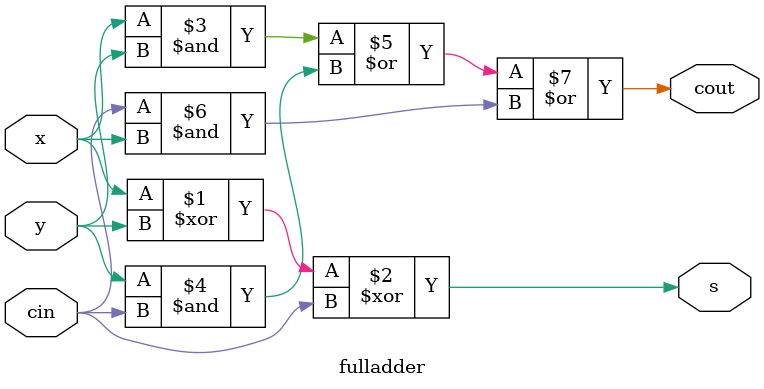
<source format=v>
module bcdadder(x,y,cin,s,cout);
    input [3:0] x,y;
    input cin;
    output [3:0] s;
    output cout;

    wire [3:0] sum1;
    wire c1;
    wire [3:0] sum2;
    wire c2;
    wire add6;

    bit4add add1(cin, x, y, sum1, c1);

    assign add6 = (sum1 > 4'b1001) || c1;
    bit4add add2(1'b0, sum1, 4'b0110, sum2, c2);

    assign s = add6 ? sum2 : sum1;
    assign cout = add6 ? c2|c1 : 1'b0;
endmodule

module bit4add(cin, x, y, s, cout);
    input cin;
    input [3:0] x, y;
    output [3:0] s;
    output cout;

    fulladder fa0(cin, x[0], y[0], s[0], c0);
    fulladder fa1(c0, x[1], y[1], s[1], c1);
    fulladder fa2(c1, x[2], y[2], s[2], c2);
    fulladder fa3(c2, x[3], y[3], s[3], cout);
endmodule

module fulladder(cin,x,y,s,cout);
    input cin,x,y;
    output s,cout;
    assign s = x^y^cin;
    assign cout = (x&y)|(y&cin)|(cin&x);
endmodule 
</source>
